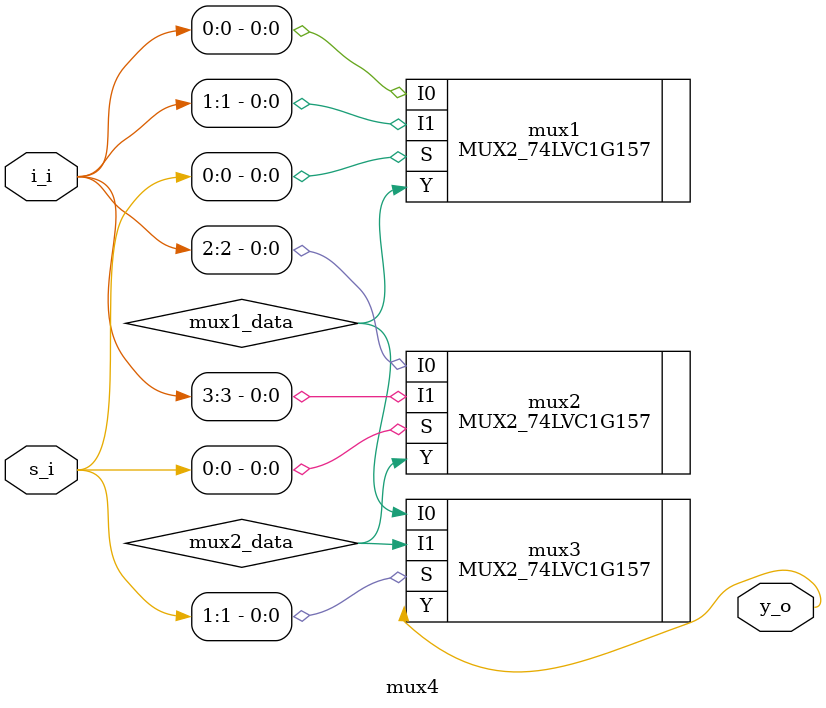
<source format=v>

module mux4 (
  input [3:0] i_i,
  input [1:0] s_i,
  output      y_o
);
  wire mux1_data, mux2_data;

  MUX2_74LVC1G157 mux1 (
    .I0 ( i_i[0]    ),
    .I1 ( i_i[1]    ),
    .S  ( s_i[0]    ),
    .Y  ( mux1_data )
  );

  MUX2_74LVC1G157 mux2 (
    .I0 ( i_i[2]    ),
    .I1 ( i_i[3]    ),
    .S  ( s_i[0]    ),
    .Y  ( mux2_data )
  );

  MUX2_74LVC1G157 mux3 (
    .I0 ( mux1_data ),
    .I1 ( mux2_data ),
    .S  ( s_i[1]    ),
    .Y  ( y_o       )
  );

endmodule

</source>
